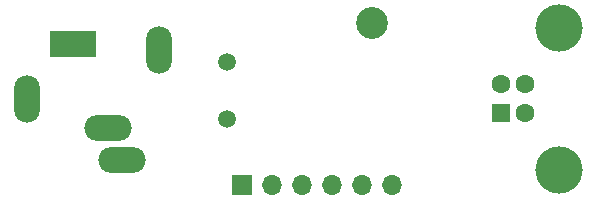
<source format=gbr>
%TF.GenerationSoftware,KiCad,Pcbnew,7.0.5*%
%TF.CreationDate,2024-02-11T15:40:35+01:00*%
%TF.ProjectId,exbike-usb-hw,65786269-6b65-42d7-9573-622d68772e6b,rev?*%
%TF.SameCoordinates,Original*%
%TF.FileFunction,Soldermask,Bot*%
%TF.FilePolarity,Negative*%
%FSLAX46Y46*%
G04 Gerber Fmt 4.6, Leading zero omitted, Abs format (unit mm)*
G04 Created by KiCad (PCBNEW 7.0.5) date 2024-02-11 15:40:35*
%MOMM*%
%LPD*%
G01*
G04 APERTURE LIST*
%ADD10C,2.700000*%
%ADD11R,1.700000X1.700000*%
%ADD12O,1.700000X1.700000*%
%ADD13O,4.000000X2.200000*%
%ADD14O,2.200000X4.000000*%
%ADD15R,4.000000X2.200000*%
%ADD16C,1.500000*%
%ADD17R,1.600000X1.600000*%
%ADD18C,1.600000*%
%ADD19C,4.000000*%
G04 APERTURE END LIST*
D10*
%TO.C,REF\u002A\u002A*%
X31877000Y16510000D03*
%TD*%
D11*
%TO.C,J1*%
X20891500Y2794000D03*
D12*
X23431500Y2794000D03*
X25971500Y2794000D03*
X28511500Y2794000D03*
X31051500Y2794000D03*
X33591500Y2794000D03*
%TD*%
D13*
%TO.C,J3*%
X10725000Y4920000D03*
X9525000Y7620000D03*
D14*
X2725000Y10120000D03*
D15*
X6625000Y14720000D03*
D14*
X13925000Y14220000D03*
%TD*%
D16*
%TO.C,Y1*%
X19621500Y8382000D03*
X19621500Y13262000D03*
%TD*%
D17*
%TO.C,J2*%
X42869500Y8870000D03*
D18*
X42869500Y11370000D03*
X44869500Y11370000D03*
X44869500Y8870000D03*
D19*
X47729500Y16120000D03*
X47729500Y4120000D03*
%TD*%
M02*

</source>
